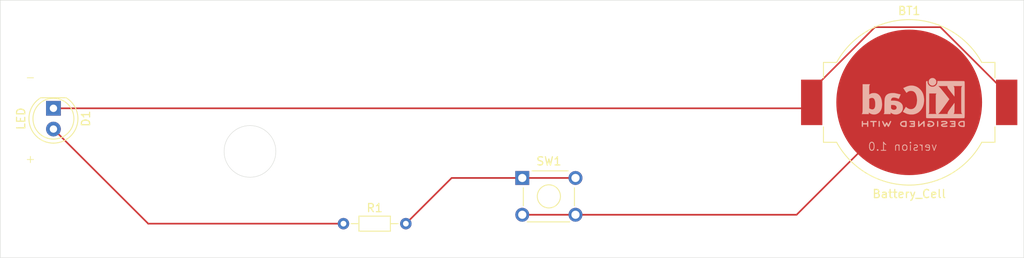
<source format=kicad_pcb>
(kicad_pcb (version 20241229) (generator "pcbnew") (generator_version "9.0")
  (layers (0 "F.Cu" signal) (2 "B.Cu" signal) (13 "F.Paste" user) (15 "B.Paste" user) (5 "F.SilkS" user "F.Silkscreen") (7 "B.SilkS" user "B.Silkscreen") (1 "F.Mask" user) (3 "B.Mask" user) (25 "Edge.Cuts" user))
  (net 0 "")
  (net 1 "/LED_cathode")
  (net 2 "/bat_pos")
  (net 3 "/LED_anode")
  (net 4 "Net-(SW1A-A)")
  (footprint "Resistor_THT:R_Axial_DIN0204_L3.6mm_D1.6mm_P7.62mm_Horizontal" (layer "F.Cu") (at 124.915 88.34)
    (property "Reference" "R1" (at 3.81 -1.92 0) (layer "F.SilkS"))
    (property "Value" "R")
    (fp_line (start 0.94 0) (end 1.89 0) (stroke (width 0.12)) (layer "F.SilkS"))
    (fp_line (start 1.89 -0.92) (end 1.89 0.92) (stroke (width 0.12)) (layer "F.SilkS"))
    (fp_line (start 1.89 0.92) (end 5.73 0.92) (stroke (width 0.12)) (layer "F.SilkS"))
    (fp_line (start 5.73 -0.92) (end 1.89 -0.92) (stroke (width 0.12)) (layer "F.SilkS"))
    (fp_line (start 5.73 0.92) (end 5.73 -0.92) (stroke (width 0.12)) (layer "F.SilkS"))
    (fp_line (start 6.68 0) (end 5.73 0) (stroke (width 0.12)) (layer "F.SilkS"))
    (pad "1" thru_hole circle (at 0 0) (size 1.4 1.4) (drill 0.7) (layers "*.Cu" "*.Mask") (net 3 "/LED_anode"))
    (pad "2" thru_hole oval (at 7.62 0) (size 1.4 1.4) (drill 0.7) (layers "*.Cu" "*.Mask") (net 4 "Net-(SW1A-A)"))
  )
  (footprint "Battery:BatteryHolder_MPD_BC2003_1x2032" (layer "F.Cu") (at 194 73.5)
    (property "Reference" "BT1" (at 0 -11.2 0) (layer "F.SilkS"))
    (property "Value" "Battery_Cell" (at 0 11.2 0) (layer "F.SilkS"))
    (fp_line (start -10.47 -4.885) (end -8.86291 -4.885) (stroke (width 0.12)) (layer "F.SilkS"))
    (fp_line (start -10.47 -3) (end -10.47 -4.885) (stroke (width 0.12)) (layer "F.SilkS"))
    (fp_line (start -10.47 3) (end -10.47 4.885) (stroke (width 0.12)) (layer "F.SilkS"))
    (fp_line (start -10.47 4.885) (end -8.86291 4.885) (stroke (width 0.12)) (layer "F.SilkS"))
    (fp_line (start 10.47 -4.885) (end 8.86291 -4.885) (stroke (width 0.12)) (layer "F.SilkS"))
    (fp_line (start 10.47 -3) (end 10.47 -4.885) (stroke (width 0.12)) (layer "F.SilkS"))
    (fp_line (start 10.47 3) (end 10.47 4.885) (stroke (width 0.12)) (layer "F.SilkS"))
    (fp_line (start 10.47 4.885) (end 8.86291 4.885) (stroke (width 0.12)) (layer "F.SilkS"))
    (fp_arc (start -8.86291 -4.885) (mid 0 -10.12) (end 8.86291 -4.885) (stroke (width 0.12)) (layer "F.SilkS"))
    (fp_arc (start 8.865021 4.881168) (mid 0.002187 10.12) (end -8.86291 4.885) (stroke (width 0.12)) (layer "F.SilkS"))
    (pad "1" smd rect (at -11.905 0) (size 2.6 5.56) (layers "F.Cu" "F.Mask" "F.Paste") (net 1 "/LED_cathode"))
    (pad "1" smd rect (at 11.905 0) (size 2.6 5.56) (layers "F.Cu" "F.Mask" "F.Paste") (net 1 "/LED_cathode"))
    (pad "2" smd circle (at 0 0) (size 17.8 17.8) (layers "F.Cu" "F.Mask") (net 2 "/bat_pos"))
  )
  (footprint "LED_THT:LED_D5.0mm" (layer "F.Cu") (at 89.5 74.225 -90)
    (property "Reference" "D1" (at 1.27 -3.96 90) (layer "F.SilkS"))
    (property "Value" "LED" (at 1.27 3.96 90) (layer "F.SilkS"))
    (fp_line (start -1.29 -1.545) (end -1.29 1.545) (stroke (width 0.12)) (layer "F.SilkS"))
    (fp_arc (start 4.26 0.000048) (mid 2.071756 2.880501) (end -1.29 1.54483) (stroke (width 0.12)) (layer "F.SilkS"))
    (fp_arc (start -1.29 -1.54483) (mid 2.071756 -2.880501) (end 4.26 -0.000048) (stroke (width 0.12)) (layer "F.SilkS"))
    (fp_circle (center 1.27 0) (end 3.77 0) (stroke (width 0.12)) (fill no) (layer "F.SilkS"))
    (pad "1" thru_hole rect (at 0 0 270) (size 1.8 1.8) (drill 0.9) (layers "*.Cu" "*.Mask") (net 1 "/LED_cathode"))
    (pad "2" thru_hole circle (at 2.54 0 270) (size 1.8 1.8) (drill 0.9) (layers "*.Cu" "*.Mask") (net 3 "/LED_anode"))
  )
  (footprint "Button_Switch_THT:SW_TH_Tactile_Omron_B3F-10xx" (layer "F.Cu") (at 146.75 82.75)
    (property "Reference" "SW1" (at 3.25 -2.05 0) (layer "F.SilkS"))
    (property "Value" "SW_DPDT_x2")
    (fp_line (start 0.13 3.4) (end 0.13 1.2) (stroke (width 0.12)) (layer "F.SilkS"))
    (fp_line (start 0.6 5.37) (end 5.8 5.37) (stroke (width 0.12)) (layer "F.SilkS"))
    (fp_line (start 1.2 -0.87) (end 5.6 -0.87) (stroke (width 0.12)) (layer "F.SilkS"))
    (fp_line (start 6.37 1.2) (end 6.37 3.4) (stroke (width 0.12)) (layer "F.SilkS"))
    (fp_circle (center 3.25 2.25) (end 4.25 3.25) (stroke (width 0.12)) (fill no) (layer "F.SilkS"))
    (pad "1" thru_hole rect (at 0 0) (size 1.7 1.7) (drill 1) (layers "*.Cu" "*.Mask") (net 4 "Net-(SW1A-A)"))
    (pad "1" thru_hole circle (at 6.5 0) (size 1.7 1.7) (drill 1) (layers "*.Cu" "*.Mask") (net 4 "Net-(SW1A-A)"))
    (pad "2" thru_hole circle (at 0 4.5) (size 1.7 1.7) (drill 1) (layers "*.Cu" "*.Mask") (net 2 "/bat_pos"))
    (pad "2" thru_hole circle (at 6.5 4.5) (size 1.7 1.7) (drill 1) (layers "*.Cu" "*.Mask") (net 2 "/bat_pos"))
  )
  (footprint "Symbol:KiCad-Logo2_5mm_SilkScreen" (layer "B.Cu") (at 194.5 73.5 180)
    (property "Reference" "REF**" (hide yes))
    (property "Value" "KiCad-Logo2_5mm_SilkScreen" (hide yes))
    (fp_poly (pts (xy 4.188614 -2.275877) (xy 4.212327 -2.290647) (xy 4.238978 -2.312227) (xy 4.238978 -2.633773) (xy 4.238893 -2.72783) (xy 4.238529 -2.801932) (xy 4.237724 -2.858704) (xy 4.236313 -2.900768) (xy 4.234133 -2.930748) (xy 4.231021 -2.951267) (xy 4.226814 -2.964949) (xy 4.221348 -2.974416) (xy 4.217472 -2.979082) (xy 4.186034 -2.999575) (xy 4.150233 -2.998739) (xy 4.118873 -2.981264) (xy 4.092222 -2.959684) (xy 4.092222 -2.312227) (xy 4.118873 -2.290647) (xy 4.144594 -2.274949) (xy 4.1656 -2.269067) (xy 4.188614 -2.275877)) (stroke (width 0.01)) (fill yes) (layer "B.SilkS"))
    (fp_poly (pts (xy -2.923822 -2.291645) (xy -2.917242 -2.299218) (xy -2.912079 -2.308987) (xy -2.908164 -2.323571) (xy -2.905324 -2.345585) (xy -2.903387 -2.377648) (xy -2.902183 -2.422375) (xy -2.901539 -2.482385) (xy -2.901284 -2.560294) (xy -2.901245 -2.635956) (xy -2.901314 -2.729802) (xy -2.901638 -2.803689) (xy -2.902386 -2.860232) (xy -2.903732 -2.902049) (xy -2.905846 -2.931757) (xy -2.9089 -2.951973) (xy -2.913066 -2.965314) (xy -2.918516 -2.974398) (xy -2.923822 -2.980267) (xy -2.956826 -2.999947) (xy -2.991991 -2.998181) (xy -3.023455 -2.976717) (xy -3.030684 -2.968337) (xy -3.036334 -2.958614) (xy -3.040599 -2.944861) (xy -3.043673 -2.924389) (xy -3.045752 -2.894512) (xy -3.04703 -2.852541) (xy -3.047701 -2.795789) (xy -3.047959 -2.721567) (xy -3.048 -2.637537) (xy -3.048 -2.324485) (xy -3.020291 -2.296776) (xy -2.986137 -2.273463) (xy -2.953006 -2.272623) (xy -2.923822 -2.291645)) (stroke (width 0.01)) (fill yes) (layer "B.SilkS"))
    (fp_poly (pts (xy -2.273043 2.973429) (xy -2.176768 2.949191) (xy -2.090184 2.906359) (xy -2.015373 2.846581) (xy -1.954418 2.771506) (xy -1.909399 2.68278) (xy -1.883136 2.58647) (xy -1.877286 2.489205) (xy -1.89214 2.395346) (xy -1.92584 2.307489) (xy -1.976528 2.22823) (xy -2.042345 2.160164) (xy -2.121434 2.105888) (xy -2.211934 2.067998) (xy -2.2632 2.055574) (xy -2.307698 2.048053) (xy -2.341999 2.045081) (xy -2.37496 2.046906) (xy -2.415434 2.053775) (xy -2.448531 2.06075) (xy -2.541947 2.092259) (xy -2.625619 2.143383) (xy -2.697665 2.212571) (xy -2.7562 2.298272) (xy -2.770148 2.325511) (xy -2.786586 2.361878) (xy -2.796894 2.392418) (xy -2.80246 2.42455) (xy -2.804669 2.465693) (xy -2.804948 2.511778) (xy -2.800861 2.596135) (xy -2.787446 2.665414) (xy -2.762256 2.726039) (xy -2.722846 2.784433) (xy -2.684298 2.828698) (xy -2.612406 2.894516) (xy -2.537313 2.939947) (xy -2.454562 2.96715) (xy -2.376928 2.977424) (xy -2.273043 2.973429)) (stroke (width 0.01)) (fill yes) (layer "B.SilkS"))
    (fp_poly (pts (xy 4.963065 -2.269163) (xy 5.041772 -2.269542) (xy 5.102863 -2.270333) (xy 5.148817 -2.27167) (xy 5.182114 -2.273683) (xy 5.205236 -2.276506) (xy 5.220662 -2.280269) (xy 5.230871 -2.285105) (xy 5.235813 -2.288822) (xy 5.261457 -2.321358) (xy 5.264559 -2.355138) (xy 5.248711 -2.385826) (xy 5.238348 -2.398089) (xy 5.227196 -2.40645) (xy 5.211035 -2.411657) (xy 5.185642 -2.414457) (xy 5.146798 -2.415596) (xy 5.09028 -2.415821) (xy 5.07918 -2.415822) (xy 4.933244 -2.415822) (xy 4.933244 -2.686756) (xy 4.933148 -2.772154) (xy 4.932711 -2.837864) (xy 4.931712 -2.886774) (xy 4.929928 -2.921773) (xy 4.927137 -2.945749) (xy 4.923117 -2.961593) (xy 4.917645 -2.972191) (xy 4.910666 -2.980267) (xy 4.877734 -3.000112) (xy 4.843354 -2.998548) (xy 4.812176 -2.975906) (xy 4.809886 -2.9731) (xy 4.802429 -2.962492) (xy 4.796747 -2.950081) (xy 4.792601 -2.93285) (xy 4.78975 -2.907784) (xy 4.787954 -2.871867) (xy 4.786972 -2.822083) (xy 4.786564 -2.755417) (xy 4.786489 -2.679589) (xy 4.786489 -2.415822) (xy 4.647127 -2.415822) (xy 4.587322 -2.415418) (xy 4.545918 -2.41384) (xy 4.518748 -2.410547) (xy 4.501646 -2.404992) (xy 4.490443 -2.396631) (xy 4.489083 -2.395178) (xy 4.472725 -2.361939) (xy 4.474172 -2.324362) (xy 4.492978 -2.291645) (xy 4.50025 -2.285298) (xy 4.509627 -2.280266) (xy 4.523609 -2.276396) (xy 4.544696 -2.273537) (xy 4.575389 -2.271535) (xy 4.618189 -2.270239) (xy 4.675595 -2.269498) (xy 4.75011 -2.269158) (xy 4.844233 -2.269068) (xy 4.86426 -2.269067) (xy 4.963065 -2.269163)) (stroke (width 0.01)) (fill yes) (layer "B.SilkS"))
    (fp_poly (pts (xy 6.228823 -2.274533) (xy 6.260202 -2.296776) (xy 6.287911 -2.324485) (xy 6.287911 -2.63392) (xy 6.287838 -2.725799) (xy 6.287495 -2.79784) (xy 6.286692 -2.85278) (xy 6.285241 -2.89336) (xy 6.282952 -2.922317) (xy 6.279636 -2.942391) (xy 6.275105 -2.956321) (xy 6.269169 -2.966845) (xy 6.264514 -2.9731) (xy 6.233783 -2.997673) (xy 6.198496 -3.000341) (xy 6.166245 -2.985271) (xy 6.155588 -2.976374) (xy 6.148464 -2.964557) (xy 6.144167 -2.945526) (xy 6.141991 -2.914992) (xy 6.141228 -2.868662) (xy 6.141155 -2.832871) (xy 6.141155 -2.698045) (xy 5.644444 -2.698045) (xy 5.644444 -2.8207) (xy 5.643931 -2.876787) (xy 5.641876 -2.915333) (xy 5.637508 -2.941361) (xy 5.630056 -2.959897) (xy 5.621047 -2.9731) (xy 5.590144 -2.997604) (xy 5.555196 -3.000506) (xy 5.521738 -2.983089) (xy 5.512604 -2.973959) (xy 5.506152 -2.961855) (xy 5.501897 -2.943001) (xy 5.499352 -2.91362) (xy 5.498029 -2.869937) (xy 5.497443 -2.808175) (xy 5.497375 -2.794) (xy 5.496891 -2.677631) (xy 5.496641 -2.581727) (xy 5.496723 -2.504177) (xy 5.497231 -2.442869) (xy 5.498262 -2.39569) (xy 5.499913 -2.36053) (xy 5.502279 -2.335276) (xy 5.505457 -2.317817) (xy 5.509544 -2.306041) (xy 5.514634 -2.297835) (xy 5.520266 -2.291645) (xy 5.552128 -2.271844) (xy 5.585357 -2.274533) (xy 5.616735 -2.296776) (xy 5.629433 -2.311126) (xy 5.637526 -2.326978) (xy 5.642042 -2.349554) (xy 5.644006 -2.384078) (xy 5.644444 -2.435776) (xy 5.644444 -2.551289) (xy 6.141155 -2.551289) (xy 6.141155 -2.432756) (xy 6.141662 -2.378148) (xy 6.143698 -2.341275) (xy 6.148035 -2.317307) (xy 6.155447 -2.301415) (xy 6.163733 -2.291645) (xy 6.195594 -2.271844) (xy 6.228823 -2.274533)) (stroke (width 0.01)) (fill yes) (layer "B.SilkS"))
    (fp_poly (pts (xy 1.018309 -2.269275) (xy 1.147288 -2.273636) (xy 1.256991 -2.286861) (xy 1.349226 -2.309741) (xy 1.425802 -2.34307) (xy 1.488527 -2.387638) (xy 1.539212 -2.444236) (xy 1.579663 -2.513658) (xy 1.580459 -2.515351) (xy 1.604601 -2.577483) (xy 1.613203 -2.632509) (xy 1.606231 -2.687887) (xy 1.583654 -2.751073) (xy 1.579372 -2.760689) (xy 1.550172 -2.816966) (xy 1.517356 -2.860451) (xy 1.475002 -2.897417) (xy 1.41719 -2.934135) (xy 1.413831 -2.936052) (xy 1.363504 -2.960227) (xy 1.306621 -2.978282) (xy 1.239527 -2.990839) (xy 1.158565 -2.998522) (xy 1.060082 -3.001953) (xy 1.025286 -3.002251) (xy 0.859594 -3.002845) (xy 0.836197 -2.9731) (xy 0.829257 -2.963319) (xy 0.823842 -2.951897) (xy 0.819765 -2.936095) (xy 0.816837 -2.913175) (xy 0.814867 -2.880396) (xy 0.814225 -2.856089) (xy 0.970844 -2.856089) (xy 1.064726 -2.856089) (xy 1.119664 -2.854483) (xy 1.17606 -2.850255) (xy 1.222345 -2.844292) (xy 1.225139 -2.84379) (xy 1.307348 -2.821736) (xy 1.371114 -2.7886) (xy 1.418452 -2.742847) (xy 1.451382 -2.682939) (xy 1.457108 -2.667061) (xy 1.462721 -2.642333) (xy 1.460291 -2.617902) (xy 1.448467 -2.5854) (xy 1.44134 -2.569434) (xy 1.418 -2.527006) (xy 1.38988 -2.49724) (xy 1.35894 -2.476511) (xy 1.296966 -2.449537) (xy 1.217651 -2.429998) (xy 1.125253 -2.418746) (xy 1.058333 -2.41627) (xy 0.970844 -2.415822) (xy 0.970844 -2.856089) (xy 0.814225 -2.856089) (xy 0.813668 -2.835021) (xy 0.81305 -2.774311) (xy 0.812825 -2.695526) (xy 0.8128 -2.63392) (xy 0.8128 -2.324485) (xy 0.840509 -2.296776) (xy 0.852806 -2.285544) (xy 0.866103 -2.277853) (xy 0.884672 -2.27304) (xy 0.912786 -2.270446) (xy 0.954717 -2.26941) (xy 1.014737 -2.26927) (xy 1.018309 -2.269275)) (stroke (width 0.01)) (fill yes) (layer "B.SilkS"))
    (fp_poly (pts (xy -6.121371 -2.269066) (xy -6.081889 -2.269467) (xy -5.9662 -2.272259) (xy -5.869311 -2.28055) (xy -5.787919 -2.295232) (xy -5.718723 -2.317193) (xy -5.65842 -2.347322) (xy -5.603708 -2.38651) (xy -5.584167 -2.403532) (xy -5.55175 -2.443363) (xy -5.52252 -2.497413) (xy -5.499991 -2.557323) (xy -5.487679 -2.614739) (xy -5.4864 -2.635956) (xy -5.494417 -2.694769) (xy -5.515899 -2.759013) (xy -5.546999 -2.819821) (xy -5.583866 -2.86833) (xy -5.589854 -2.874182) (xy -5.640579 -2.915321) (xy -5.696125 -2.947435) (xy -5.759696 -2.971365) (xy -5.834494 -2.987953) (xy -5.923722 -2.998041) (xy -6.030582 -3.002469) (xy -6.079528 -3.002845) (xy -6.141762 -3.002545) (xy -6.185528 -3.001292) (xy -6.214931 -2.998554) (xy -6.234079 -2.993801) (xy -6.247077 -2.986501) (xy -6.254045 -2.980267) (xy -6.260626 -2.972694) (xy -6.265788 -2.962924) (xy -6.269703 -2.94834) (xy -6.272543 -2.926326) (xy -6.27448 -2.894264) (xy -6.275684 -2.849536) (xy -6.276328 -2.789526) (xy -6.276583 -2.711617) (xy -6.276622 -2.635956) (xy -6.27687 -2.535041) (xy -6.276817 -2.454427) (xy -6.275857 -2.415822) (xy -6.129867 -2.415822) (xy -6.129867 -2.856089) (xy -6.036734 -2.856004) (xy -5.980693 -2.854396) (xy -5.921999 -2.850256) (xy -5.873028 -2.844464) (xy -5.871538 -2.844226) (xy -5.792392 -2.82509) (xy -5.731002 -2.795287) (xy -5.684305 -2.752878) (xy -5.654635 -2.706961) (xy -5.636353 -2.656026) (xy -5.637771 -2.6082) (xy -5.658988 -2.556933) (xy -5.700489 -2.503899) (xy -5.757998 -2.4646) (xy -5.83275 -2.438331) (xy -5.882708 -2.429035) (xy -5.939416 -2.422507) (xy -5.999519 -2.417782) (xy -6.050639 -2.415817) (xy -6.053667 -2.415808) (xy -6.129867 -2.415822) (xy -6.275857 -2.415822) (xy -6.27526 -2.391851) (xy -6.270998 -2.345055) (xy -6.26283 -2.311778) (xy -6.249556 -2.289759) (xy -6.229974 -2.276739) (xy -6.202883 -2.270457) (xy -6.167082 -2.268653) (xy -6.121371 -2.269066)) (stroke (width 0.01)) (fill yes) (layer "B.SilkS"))
    (fp_poly (pts (xy -1.300114 -2.273448) (xy -1.276548 -2.287273) (xy -1.245735 -2.309881) (xy -1.206078 -2.342338) (xy -1.15598 -2.385708) (xy -1.093843 -2.441058) (xy -1.018072 -2.509451) (xy -0.931334 -2.588084) (xy -0.750711 -2.751878) (xy -0.745067 -2.532029) (xy -0.743029 -2.456351) (xy -0.741063 -2.399994) (xy -0.738734 -2.359706) (xy -0.735606 -2.332235) (xy -0.731245 -2.314329) (xy -0.725216 -2.302737) (xy -0.717084 -2.294208) (xy -0.712772 -2.290623) (xy -0.678241 -2.27167) (xy -0.645383 -2.274441) (xy -0.619318 -2.290633) (xy -0.592667 -2.312199) (xy -0.589352 -2.627151) (xy -0.588435 -2.719779) (xy -0.587968 -2.792544) (xy -0.588113 -2.848161) (xy -0.589032 -2.889342) (xy -0.590887 -2.918803) (xy -0.593839 -2.939255) (xy -0.59805 -2.953413) (xy -0.603682 -2.963991) (xy -0.609927 -2.972474) (xy -0.623439 -2.988207) (xy -0.636883 -2.998636) (xy -0.652124 -3.002639) (xy -0.671026 -2.999094) (xy -0.695455 -2.986879) (xy -0.727273 -2.964871) (xy -0.768348 -2.931949) (xy -0.820542 -2.886991) (xy -0.885722 -2.828875) (xy -0.959556 -2.762099) (xy -1.224845 -2.521458) (xy -1.230489 -2.740589) (xy -1.232531 -2.816128) (xy -1.234502 -2.872354) (xy -1.236839 -2.912524) (xy -1.239981 -2.939896) (xy -1.244364 -2.957728) (xy -1.250424 -2.969279) (xy -1.2586 -2.977807) (xy -1.262784 -2.981282) (xy -1.299765 -3.000372) (xy -1.334708 -2.997493) (xy -1.365136 -2.9731) (xy -1.372097 -2.963286) (xy -1.377523 -2.951826) (xy -1.381603 -2.935968) (xy -1.384529 -2.912963) (xy -1.386492 -2.880062) (xy -1.387683 -2.834516) (xy -1.388292 -2.773573) (xy -1.388511 -2.694486) (xy -1.388534 -2.635956) (xy -1.38846 -2.544407) (xy -1.388113 -2.472687) (xy -1.387301 -2.418045) (xy -1.385833 -2.377732) (xy -1.383519 -2.348998) (xy -1.380167 -2.329093) (xy -1.375588 -2.315268) (xy -1.369589 -2.304772) (xy -1.365136 -2.298811) (xy -1.35385 -2.284691) (xy -1.343301 -2.274029) (xy -1.331893 -2.267892) (xy -1.31803 -2.267343) (xy -1.300114 -2.273448)) (stroke (width 0.01)) (fill yes) (layer "B.SilkS"))
    (fp_poly (pts (xy -1.950081 -2.274599) (xy -1.881565 -2.286095) (xy -1.828943 -2.303967) (xy -1.794708 -2.327499) (xy -1.785379 -2.340924) (xy -1.775893 -2.372148) (xy -1.782277 -2.400395) (xy -1.80243 -2.427182) (xy -1.833745 -2.439713) (xy -1.879183 -2.438696) (xy -1.914326 -2.431906) (xy -1.992419 -2.418971) (xy -2.072226 -2.417742) (xy -2.161555 -2.428241) (xy -2.186229 -2.43269) (xy -2.269291 -2.456108) (xy -2.334273 -2.490945) (xy -2.380461 -2.536604) (xy -2.407145 -2.592494) (xy -2.412663 -2.621388) (xy -2.409051 -2.680012) (xy -2.385729 -2.731879) (xy -2.344824 -2.775978) (xy -2.288459 -2.811299) (xy -2.21876 -2.836829) (xy -2.137852 -2.851559) (xy -2.04786 -2.854478) (xy -1.95091 -2.844575) (xy -1.945436 -2.843641) (xy -1.906875 -2.836459) (xy -1.885494 -2.829521) (xy -1.876227 -2.819227) (xy -1.874006 -2.801976) (xy -1.873956 -2.792841) (xy -1.873956 -2.754489) (xy -1.942431 -2.754489) (xy -2.0029 -2.750347) (xy -2.044165 -2.737147) (xy -2.068175 -2.71373) (xy -2.076877 -2.678936) (xy -2.076983 -2.674394) (xy -2.071892 -2.644654) (xy -2.054433 -2.623419) (xy -2.021939 -2.609366) (xy -1.971743 -2.601173) (xy -1.923123 -2.598161) (xy -1.852456 -2.596433) (xy -1.801198 -2.59907) (xy -1.766239 -2.6088) (xy -1.74447 -2.628353) (xy -1.73278 -2.660456) (xy -1.72806 -2.707838) (xy -1.7272 -2.770071) (xy -1.728609 -2.839535) (xy -1.732848 -2.886786) (xy -1.739936 -2.912012) (xy -1.741311 -2.913988) (xy -1.780228 -2.945508) (xy -1.837286 -2.97047) (xy -1.908869 -2.98834) (xy -1.991358 -2.998586) (xy -2.081139 -3.000673) (xy -2.174592 -2.994068) (xy -2.229556 -2.985956) (xy -2.315766 -2.961554) (xy -2.395892 -2.921662) (xy -2.462977 -2.869887) (xy -2.473173 -2.859539) (xy -2.506302 -2.816035) (xy -2.536194 -2.762118) (xy -2.559357 -2.705592) (xy -2.572298 -2.654259) (xy -2.573858 -2.634544) (xy -2.567218 -2.593419) (xy -2.549568 -2.542252) (xy -2.524297 -2.488394) (xy -2.494789 -2.439195) (xy -2.468719 -2.406334) (xy -2.407765 -2.357452) (xy -2.328969 -2.318545) (xy -2.235157 -2.290494) (xy -2.12915 -2.274179) (xy -2.032 -2.270192) (xy -1.950081 -2.274599)) (stroke (width 0.01)) (fill yes) (layer "B.SilkS"))
    (fp_poly (pts (xy 0.230343 -2.26926) (xy 0.306701 -2.270174) (xy 0.365217 -2.272311) (xy 0.408255 -2.276175) (xy 0.438183 -2.282267) (xy 0.457368 -2.29109) (xy 0.468176 -2.303146) (xy 0.472973 -2.318939) (xy 0.474127 -2.33897) (xy 0.474133 -2.341335) (xy 0.473131 -2.363992) (xy 0.468396 -2.381503) (xy 0.457333 -2.394574) (xy 0.437348 -2.403913) (xy 0.405846 -2.410227) (xy 0.360232 -2.414222) (xy 0.297913 -2.416606) (xy 0.216293 -2.418086) (xy 0.191277 -2.418414) (xy -0.0508 -2.421467) (xy -0.054186 -2.486378) (xy -0.057571 -2.551289) (xy 0.110576 -2.551289) (xy 0.176266 -2.551531) (xy 0.223172 -2.552556) (xy 0.255083 -2.554811) (xy 0.275791 -2.558742) (xy 0.289084 -2.564798) (xy 0.298755 -2.573424) (xy 0.298817 -2.573493) (xy 0.316356 -2.607112) (xy 0.315722 -2.643448) (xy 0.297314 -2.674423) (xy 0.293671 -2.677607) (xy 0.280741 -2.685812) (xy 0.263024 -2.691521) (xy 0.23657 -2.695162) (xy 0.197432 -2.697167) (xy 0.141662 -2.697964) (xy 0.105994 -2.698045) (xy -0.056445 -2.698045) (xy -0.056445 -2.856089) (xy 0.190161 -2.856089) (xy 0.27158 -2.856231) (xy 0.33341 -2.856814) (xy 0.378637 -2.858068) (xy 0.410248 -2.860227) (xy 0.431231 -2.863523) (xy 0.444573 -2.868189) (xy 0.453261 -2.874457) (xy 0.45545 -2.876733) (xy 0.471614 -2.90828) (xy 0.472797 -2.944168) (xy 0.459536 -2.975285) (xy 0.449043 -2.985271) (xy 0.438129 -2.990769) (xy 0.421217 -2.995022) (xy 0.395633 -2.99818) (xy 0.358701 -3.000392) (xy 0.307746 -3.001806) (xy 0.240094 -3.002572) (xy 0.153069 -3.002838) (xy 0.133394 -3.002845) (xy 0.044911 -3.002787) (xy -0.023773 -3.002467) (xy -0.075436 -3.001667) (xy -0.112855 -3.000167) (xy -0.13881 -2.997749) (xy -0.156078 -2.994194) (xy -0.167438 -2.989282) (xy -0.175668 -2.982795) (xy -0.180183 -2.978138) (xy -0.186979 -2.969889) (xy -0.192288 -2.959669) (xy -0.196294 -2.9448) (xy -0.199179 -2.922602) (xy -0.201126 -2.890393) (xy -0.202319 -2.845496) (xy -0.202939 -2.785228) (xy -0.203171 -2.706911) (xy -0.2032 -2.640994) (xy -0.203129 -2.548628) (xy -0.202792 -2.476117) (xy -0.202002 -2.420737) (xy -0.200574 -2.379765) (xy -0.198321 -2.350478) (xy -0.195057 -2.330153) (xy -0.190596 -2.316066) (xy -0.184752 -2.305495) (xy -0.179803 -2.298811) (xy -0.156406 -2.269067) (xy 0.133774 -2.269067) (xy 0.230343 -2.26926)) (stroke (width 0.01)) (fill yes) (layer "B.SilkS"))
    (fp_poly (pts (xy -4.712794 -2.269146) (xy -4.643386 -2.269518) (xy -4.590997 -2.270385) (xy -4.552847 -2.271946) (xy -4.526159 -2.274403) (xy -4.508153 -2.277957) (xy -4.496049 -2.28281) (xy -4.487069 -2.289161) (xy -4.483818 -2.292084) (xy -4.464043 -2.323142) (xy -4.460482 -2.358828) (xy -4.473491 -2.39051) (xy -4.479506 -2.396913) (xy -4.489235 -2.403121) (xy -4.504901 -2.40791) (xy -4.529408 -2.411514) (xy -4.565661 -2.414164) (xy -4.616565 -2.416095) (xy -4.685026 -2.417539) (xy -4.747617 -2.418418) (xy -4.995334 -2.421467) (xy -4.998719 -2.486378) (xy -5.002105 -2.551289) (xy -4.833958 -2.551289) (xy -4.760959 -2.551919) (xy -4.707517 -2.554553) (xy -4.670628 -2.560309) (xy -4.647288 -2.570304) (xy -4.634494 -2.585656) (xy -4.629242 -2.607482) (xy -4.628445 -2.627738) (xy -4.630923 -2.652592) (xy -4.640277 -2.670906) (xy -4.659383 -2.683637) (xy -4.691118 -2.691741) (xy -4.738359 -2.696176) (xy -4.803983 -2.697899) (xy -4.839801 -2.698045) (xy -5.000978 -2.698045) (xy -5.000978 -2.856089) (xy -4.752622 -2.856089) (xy -4.671213 -2.856202) (xy -4.609342 -2.856712) (xy -4.563968 -2.85787) (xy -4.532054 -2.85993) (xy -4.510559 -2.863146) (xy -4.496443 -2.867772) (xy -4.486668 -2.874059) (xy -4.481689 -2.878667) (xy -4.46461 -2.90556) (xy -4.459111 -2.929467) (xy -4.466963 -2.958667) (xy -4.481689 -2.980267) (xy -4.489546 -2.987066) (xy -4.499688 -2.992346) (xy -4.514844 -2.996298) (xy -4.537741 -2.999113) (xy -4.571109 -3.000982) (xy -4.617675 -3.002098) (xy -4.680167 -3.002651) (xy -4.761314 -3.002833) (xy -4.803422 -3.002845) (xy -4.893598 -3.002765) (xy -4.963924 -3.002398) (xy -5.017129 -3.001552) (xy -5.05594 -3.000036) (xy -5.083087 -2.997659) (xy -5.101298 -2.994229) (xy -5.1133 -2.989554) (xy -5.121822 -2.983444) (xy -5.125156 -2.980267) (xy -5.131755 -2.97267) (xy -5.136927 -2.96287) (xy -5.140846 -2.948239) (xy -5.143684 -2.926152) (xy -5.145615 -2.893982) (xy -5.146812 -2.849103) (xy -5.147448 -2.788889) (xy -5.147697 -2.710713) (xy -5.147734 -2.637923) (xy -5.1477 -2.544707) (xy -5.147465 -2.471431) (xy -5.14683 -2.415458) (xy -5.145594 -2.374151) (xy -5.143556 -2.344872) (xy -5.140517 -2.324984) (xy -5.136277 -2.31185) (xy -5.130635 -2.302832) (xy -5.123391 -2.295293) (xy -5.121606 -2.293612) (xy -5.112945 -2.286172) (xy -5.102882 -2.280409) (xy -5.088625 -2.276112) (xy -5.067383 -2.273064) (xy -5.036364 -2.271051) (xy -4.992777 -2.26986) (xy -4.933831 -2.269275) (xy -4.856734 -2.269083) (xy -4.802001 -2.269067) (xy -4.712794 -2.269146)) (stroke (width 0.01)) (fill yes) (layer "B.SilkS"))
    (fp_poly (pts (xy 3.744665 -2.271034) (xy 3.764255 -2.278035) (xy 3.76501 -2.278377) (xy 3.791613 -2.298678) (xy 3.80627 -2.319561) (xy 3.809138 -2.329352) (xy 3.808996 -2.342361) (xy 3.804961 -2.360895) (xy 3.796146 -2.387257) (xy 3.781669 -2.423752) (xy 3.760645 -2.472687) (xy 3.732188 -2.536365) (xy 3.695415 -2.617093) (xy 3.675175 -2.661216) (xy 3.638625 -2.739985) (xy 3.604315 -2.812423) (xy 3.573552 -2.87588) (xy 3.547648 -2.927708) (xy 3.52791 -2.965259) (xy 3.51565 -2.985884) (xy 3.513224 -2.988733) (xy 3.482183 -3.001302) (xy 3.447121 -2.999619) (xy 3.419 -2.984332) (xy 3.417854 -2.983089) (xy 3.406668 -2.966154) (xy 3.387904 -2.93317) (xy 3.363875 -2.88838) (xy 3.336897 -2.836032) (xy 3.327201 -2.816742) (xy 3.254014 -2.67015) (xy 3.17424 -2.829393) (xy 3.145767 -2.884415) (xy 3.11935 -2.932132) (xy 3.097148 -2.968893) (xy 3.081319 -2.991044) (xy 3.075954 -2.995741) (xy 3.034257 -3.002102) (xy 2.999849 -2.988733) (xy 2.989728 -2.974446) (xy 2.972214 -2.942692) (xy 2.948735 -2.896597) (xy 2.92072 -2.839285) (xy 2.889599 -2.77388) (xy 2.856799 -2.703507) (xy 2.82375 -2.631291) (xy 2.791881 -2.560355) (xy 2.762619 -2.493825) (xy 2.737395 -2.434826) (xy 2.717636 -2.386481) (xy 2.704772 -2.351915) (xy 2.700231 -2.334253) (xy 2.700277 -2.333613) (xy 2.711326 -2.311388) (xy 2.73341 -2.288753) (xy 2.73471 -2.287768) (xy 2.761853 -2.272425) (xy 2.786958 -2.272574) (xy 2.796368 -2.275466) (xy 2.807834 -2.281718) (xy 2.82001 -2.294014) (xy 2.834357 -2.314908) (xy 2.852336 -2.346949) (xy 2.875407 -2.392688) (xy 2.90503 -2.454677) (xy 2.931745 -2.511898) (xy 2.96248 -2.578226) (xy 2.990021 -2.637874) (xy 3.012938 -2.687725) (xy 3.029798 -2.724664) (xy 3.039173 -2.745573) (xy 3.04054 -2.748845) (xy 3.046689 -2.743497) (xy 3.060822 -2.721109) (xy 3.081057 -2.684946) (xy 3.105515 -2.638277) (xy 3.115248 -2.619022) (xy 3.148217 -2.554004) (xy 3.173643 -2.506654) (xy 3.193612 -2.474219) (xy 3.21021 -2.453946) (xy 3.225524 -2.443082) (xy 3.24164 -2.438875) (xy 3.252143 -2.4384) (xy 3.27067 -2.440042) (xy 3.286904 -2.446831) (xy 3.303035 -2.461566) (xy 3.321251 -2.487044) (xy 3.343739 -2.526061) (xy 3.372689 -2.581414) (xy 3.388662 -2.612903) (xy 3.41457 -2.663087) (xy 3.437167 -2.704704) (xy 3.454458 -2.734242) (xy 3.46445 -2.748189) (xy 3.465809 -2.74877) (xy 3.472261 -2.737793) (xy 3.486708 -2.70929) (xy 3.507703 -2.666244) (xy 3.533797 -2.611638) (xy 3.563546 -2.548454) (xy 3.57818 -2.517071) (xy 3.61625 -2.436078) (xy 3.646905 -2.373756) (xy 3.671737 -2.328071) (xy 3.692337 -2.296989) (xy 3.710298 -2.278478) (xy 3.72721 -2.270504) (xy 3.744665 -2.271034)) (stroke (width 0.01)) (fill yes) (layer "B.SilkS"))
    (fp_poly (pts (xy -3.691703 -2.270351) (xy -3.616888 -2.275581) (xy -3.547306 -2.28375) (xy -3.487002 -2.29455) (xy -3.44002 -2.307673) (xy -3.410406 -2.322813) (xy -3.40586 -2.327269) (xy -3.390054 -2.36185) (xy -3.394847 -2.397351) (xy -3.419364 -2.427725) (xy -3.420534 -2.428596) (xy -3.434954 -2.437954) (xy -3.450008 -2.442876) (xy -3.471005 -2.443473) (xy -3.503257 -2.439861) (xy -3.552073 -2.432154) (xy -3.556 -2.431505) (xy -3.628739 -2.422569) (xy -3.707217 -2.418161) (xy -3.785927 -2.418119) (xy -3.859361 -2.422279) (xy -3.922011 -2.430479) (xy -3.96837 -2.442557) (xy -3.971416 -2.443771) (xy -4.005048 -2.462615) (xy -4.016864 -2.481685) (xy -4.007614 -2.500439) (xy -3.978047 -2.518337) (xy -3.928911 -2.534837) (xy -3.860957 -2.549396) (xy -3.815645 -2.556406) (xy -3.721456 -2.569889) (xy -3.646544 -2.582214) (xy -3.587717 -2.594449) (xy -3.541785 -2.607661) (xy -3.505555 -2.622917) (xy -3.475838 -2.641285) (xy -3.449442 -2.663831) (xy -3.42823 -2.685971) (xy -3.403065 -2.716819) (xy -3.390681 -2.743345) (xy -3.386808 -2.776026) (xy -3.386667 -2.787995) (xy -3.389576 -2.827712) (xy -3.401202 -2.857259) (xy -3.421323 -2.883486) (xy -3.462216 -2.923576) (xy -3.507817 -2.954149) (xy -3.561513 -2.976203) (xy -3.626692 -2.990735) (xy -3.706744 -2.998741) (xy -3.805057 -3.001218) (xy -3.821289 -3.001177) (xy -3.886849 -2.999818) (xy -3.951866 -2.99673) (xy -4.009252 -2.992356) (xy -4.051922 -2.98714) (xy -4.055372 -2.986541) (xy -4.097796 -2.976491) (xy -4.13378 -2.963796) (xy -4.15415 -2.95219) (xy -4.173107 -2.921572) (xy -4.174427 -2.885918) (xy -4.158085 -2.854144) (xy -4.154429 -2.850551) (xy -4.139315 -2.839876) (xy -4.120415 -2.835276) (xy -4.091162 -2.836059) (xy -4.055651 -2.840127) (xy -4.01597 -2.843762) (xy -3.960345 -2.846828) (xy -3.895406 -2.849053) (xy -3.827785 -2.850164) (xy -3.81 -2.850237) (xy -3.742128 -2.849964) (xy -3.692454 -2.848646) (xy -3.65661 -2.845827) (xy -3.630224 -2.84105) (xy -3.608926 -2.833857) (xy -3.596126 -2.827867) (xy -3.568 -2.811233) (xy -3.550068 -2.796168) (xy -3.547447 -2.791897) (xy -3.552976 -2.774263) (xy -3.57926 -2.757192) (xy -3.624478 -2.741458) (xy -3.686808 -2.727838) (xy -3.705171 -2.724804) (xy -3.80109 -2.709738) (xy -3.877641 -2.697146) (xy -3.93778 -2.686111) (xy -3.98446 -2.67572) (xy -4.020637 -2.665056) (xy -4.049265 -2.653205) (xy -4.073298 -2.639251) (xy -4.095692 -2.622281) (xy -4.119402 -2.601378) (xy -4.12738 -2.594049) (xy -4.155353 -2.566699) (xy -4.17016 -2.545029) (xy -4.175952 -2.520232) (xy -4.176889 -2.488983) (xy -4.166575 -2.427705) (xy -4.135752 -2.37564) (xy -4.084595 -2.332958) (xy -4.013283 -2.299825) (xy -3.9624 -2.284964) (xy -3.9071 -2.275366) (xy -3.840853 -2.269936) (xy -3.767706 -2.268367) (xy -3.691703 -2.270351)) (stroke (width 0.01)) (fill yes) (layer "B.SilkS"))
    (fp_poly (pts (xy 0.328429 2.050929) (xy 0.48857 2.029755) (xy 0.65251 1.989615) (xy 0.822313 1.930111) (xy 1.000043 1.850846) (xy 1.01131 1.845301) (xy 1.069005 1.817275) (xy 1.120552 1.793198) (xy 1.162191 1.774751) (xy 1.190162 1.763614) (xy 1.199733 1.761067) (xy 1.21895 1.756059) (xy 1.223561 1.751853) (xy 1.218458 1.74142) (xy 1.202418 1.715132) (xy 1.177288 1.675743) (xy 1.144914 1.626009) (xy 1.107143 1.568685) (xy 1.065822 1.506524) (xy 1.022798 1.442282) (xy 0.979917 1.378715) (xy 0.939026 1.318575) (xy 0.901971 1.26462) (xy 0.8706 1.219603) (xy 0.846759 1.186279) (xy 0.832294 1.167403) (xy 0.830309 1.165213) (xy 0.820191 1.169862) (xy 0.79785 1.187038) (xy 0.76728 1.21356) (xy 0.751536 1.228036) (xy 0.655047 1.303318) (xy 0.548336 1.358759) (xy 0.432832 1.393859) (xy 0.309962 1.40812) (xy 0.240561 1.406949) (xy 0.119423 1.389788) (xy 0.010205 1.353906) (xy -0.087418 1.299041) (xy -0.173772 1.22493) (xy -0.249185 1.131312) (xy -0.313982 1.017924) (xy -0.351399 0.931333) (xy -0.395252 0.795634) (xy -0.427572 0.64815) (xy -0.448443 0.492686) (xy -0.457949 0.333044) (xy -0.456173 0.173027) (xy -0.443197 0.016439) (xy -0.419106 -0.132918) (xy -0.383982 -0.27124) (xy -0.337908 -0.394724) (xy -0.321627 -0.428978) (xy -0.25338 -0.543064) (xy -0.172921 -0.639557) (xy -0.08143 -0.71767) (xy 0.019911 -0.776617) (xy 0.12992 -0.815612) (xy 0.247415 -0.833868) (xy 0.288883 -0.835211) (xy 0.410441 -0.82429) (xy 0.530878 -0.791474) (xy 0.648666 -0.737439) (xy 0.762277 -0.662865) (xy 0.853685 -0.584539) (xy 0.900215 -0.540008) (xy 1.081483 -0.837271) (xy 1.12658 -0.911433) (xy 1.167819 -0.979646) (xy 1.203735 -1.039459) (xy 1.232866 -1.08842) (xy 1.25375 -1.124079) (xy 1.264924 -1.143984) (xy 1.266375 -1.147079) (xy 1.258146 -1.156718) (xy 1.232567 -1.173999) (xy 1.192873 -1.197283) (xy 1.142297 -1.224934) (xy 1.084074 -1.255315) (xy 1.021437 -1.28679) (xy 0.957621 -1.317722) (xy 0.89586 -1.346473) (xy 0.839388 -1.371408) (xy 0.791438 -1.390889) (xy 0.767986 -1.399318) (xy 0.634221 -1.437133) (xy 0.496327 -1.462136) (xy 0.348622 -1.47514) (xy 0.221833 -1.477468) (xy 0.153878 -1.476373) (xy 0.088277 -1.474275) (xy 0.030847 -1.471434) (xy -0.012597 -1.468106) (xy -0.026702 -1.466422) (xy -0.165716 -1.437587) (xy -0.307243 -1.392468) (xy -0.444725 -1.33375) (xy -0.571606 -1.26412) (xy -0.649111 -1.211441) (xy -0.776519 -1.103239) (xy -0.894822 -0.976671) (xy -1.001828 -0.834866) (xy -1.095348 -0.680951) (xy -1.17319 -0.518053) (xy -1.217044 -0.400756) (xy -1.267292 -0.217128) (xy -1.300791 -0.022581) (xy -1.317551 0.178675) (xy -1.317584 0.382432) (xy -1.300899 0.584479) (xy -1.267507 0.780608) (xy -1.21742 0.966609) (xy -1.213603 0.978197) (xy -1.150719 1.14025) (xy -1.073972 1.288168) (xy -0.980758 1.426135) (xy -0.868473 1.558339) (xy -0.824608 1.603601) (xy -0.688466 1.727543) (xy -0.548509 1.830085) (xy -0.402589 1.912344) (xy -0.248558 1.975436) (xy -0.084268 2.020477) (xy 0.011289 2.037967) (xy 0.170023 2.053534) (xy 0.328429 2.050929)) (stroke (width 0.01)) (fill yes) (layer "B.SilkS"))
    (fp_poly (pts (xy 6.186507 0.527755) (xy 6.186526 0.293338) (xy 6.186552 0.080397) (xy 6.186625 -0.112168) (xy 6.186782 -0.285459) (xy 6.187064 -0.440576) (xy 6.187509 -0.57862) (xy 6.188156 -0.700692) (xy 6.189045 -0.807894) (xy 6.190213 -0.901326) (xy 6.191701 -0.98209) (xy 6.193546 -1.051286) (xy 6.195789 -1.110015) (xy 6.198469 -1.159379) (xy 6.201623 -1.200478) (xy 6.205292 -1.234413) (xy 6.209513 -1.262286) (xy 6.214327 -1.285198) (xy 6.219773 -1.304249) (xy 6.225888 -1.32054) (xy 6.232712 -1.335173) (xy 6.240285 -1.349249) (xy 6.248645 -1.363868) (xy 6.253839 -1.372974) (xy 6.288104 -1.433689) (xy 5.429955 -1.433689) (xy 5.429955 -1.337733) (xy 5.429224 -1.29437) (xy 5.427272 -1.261205) (xy 5.424463 -1.243424) (xy 5.423221 -1.241778) (xy 5.411799 -1.248662) (xy 5.389084 -1.266505) (xy 5.366385 -1.285879) (xy 5.3118 -1.326614) (xy 5.242321 -1.367617) (xy 5.16527 -1.405123) (xy 5.087965 -1.435364) (xy 5.057113 -1.445012) (xy 4.988616 -1.459578) (xy 4.905764 -1.469539) (xy 4.816371 -1.474583) (xy 4.728248 -1.474396) (xy 4.649207 -1.468666) (xy 4.611511 -1.462858) (xy 4.473414 -1.424797) (xy 4.346113 -1.367073) (xy 4.230292 -1.290211) (xy 4.126637 -1.194739) (xy 4.035833 -1.081179) (xy 3.969031 -0.970381) (xy 3.914164 -0.853625) (xy 3.872163 -0.734276) (xy 3.842167 -0.608283) (xy 3.823311 -0.471594) (xy 3.814732 -0.320158) (xy 3.814006 -0.242711) (xy 3.8161 -0.185934) (xy 4.645217 -0.185934) (xy 4.645424 -0.279002) (xy 4.648337 -0.366692) (xy 4.654 -0.443772) (xy 4.662455 -0.505009) (xy 4.665038 -0.51735) (xy 4.69684 -0.624633) (xy 4.738498 -0.711658) (xy 4.790363 -0.778642) (xy 4.852781 -0.825805) (xy 4.9261 -0.853365) (xy 5.010669 -0.861541) (xy 5.106835 -0.850551) (xy 5.170311 -0.834829) (xy 5.219454 -0.816639) (xy 5.273583 -0.790791) (xy 5.314244 -0.767089) (xy 5.3848 -0.720721) (xy 5.3848 0.42947) (xy 5.317392 0.473038) (xy 5.238867 0.51396) (xy 5.154681 0.540611) (xy 5.069557 0.552535) (xy 4.988216 0.549278) (xy 4.91538 0.530385) (xy 4.883426 0.514816) (xy 4.825501 0.471819) (xy 4.776544 0.415047) (xy 4.73539 0.342425) (xy 4.700874 0.251879) (xy 4.671833 0.141334) (xy 4.670552 0.135467) (xy 4.660381 0.073212) (xy 4.652739 -0.004594) (xy 4.64767 -0.09272) (xy 4.645217 -0.185934) (xy 3.8161 -0.185934) (xy 3.821857 -0.029895) (xy 3.843802 0.165941) (xy 3.879786 0.344668) (xy 3.929759 0.506155) (xy 3.993668 0.650274) (xy 4.071462 0.776894) (xy 4.163089 0.885885) (xy 4.268497 0.977117) (xy 4.313662 1.008068) (xy 4.414611 1.064215) (xy 4.517901 1.103826) (xy 4.627989 1.127986) (xy 4.74933 1.137781) (xy 4.841836 1.136735) (xy 4.97149 1.125769) (xy 5.084084 1.103954) (xy 5.182875 1.070286) (xy 5.271121 1.023764) (xy 5.319986 0.989552) (xy 5.349353 0.967638) (xy 5.371043 0.952667) (xy 5.379253 0.948267) (xy 5.380868 0.959096) (xy 5.382159 0.989749) (xy 5.383138 1.037474) (xy 5.383817 1.099521) (xy 5.38421 1.173138) (xy 5.38433 1.255573) (xy 5.384188 1.344075) (xy 5.383797 1.435893) (xy 5.383171 1.528276) (xy 5.38232 1.618472) (xy 5.38126 1.703729) (xy 5.380001 1.781297) (xy 5.378556 1.848424) (xy 5.376938 1.902359) (xy 5.375161 1.94035) (xy 5.374669 1.947333) (xy 5.367092 2.017749) (xy 5.355531 2.072898) (xy 5.337792 2.120019) (xy 5.311682 2.166353) (xy 5.305415 2.175933) (xy 5.280983 2.212622) (xy 6.186311 2.212622) (xy 6.186507 0.527755)) (stroke (width 0.01)) (fill yes) (layer "B.SilkS"))
    (fp_poly (pts (xy 2.673574 1.133448) (xy 2.825492 1.113433) (xy 2.960756 1.079798) (xy 3.080239 1.032275) (xy 3.184815 0.970595) (xy 3.262424 0.907035) (xy 3.331265 0.832901) (xy 3.385006 0.753129) (xy 3.42791 0.660909) (xy 3.443384 0.617839) (xy 3.456244 0.578858) (xy 3.467446 0.542711) (xy 3.47712 0.507566) (xy 3.485396 0.47159) (xy 3.492403 0.43295) (xy 3.498272 0.389815) (xy 3.503131 0.340351) (xy 3.50711 0.282727) (xy 3.51034 0.215109) (xy 3.512949 0.135666) (xy 3.515067 0.042564) (xy 3.516824 -0.066027) (xy 3.518349 -0.191942) (xy 3.519772 -0.337012) (xy 3.521025 -0.479778) (xy 3.522351 -0.635968) (xy 3.523556 -0.771239) (xy 3.524766 -0.887246) (xy 3.526106 -0.985645) (xy 3.5277 -1.068093) (xy 3.529675 -1.136246) (xy 3.532156 -1.19176) (xy 3.535269 -1.236292) (xy 3.539138 -1.271498) (xy 3.543889 -1.299034) (xy 3.549648 -1.320556) (xy 3.556539 -1.337722) (xy 3.564689 -1.352186) (xy 3.574223 -1.365606) (xy 3.585266 -1.379638) (xy 3.589566 -1.385071) (xy 3.605386 -1.40791) (xy 3.612422 -1.423463) (xy 3.612444 -1.423922) (xy 3.601567 -1.426121) (xy 3.570582 -1.428147) (xy 3.521957 -1.429942) (xy 3.458163 -1.431451) (xy 3.381669 -1.432616) (xy 3.294944 -1.43338) (xy 3.200457 -1.433686) (xy 3.18955 -1.433689) (xy 2.766657 -1.433689) (xy 2.763395 -1.337622) (xy 2.760133 -1.241556) (xy 2.698044 -1.292543) (xy 2.600714 -1.360057) (xy 2.490813 -1.414749) (xy 2.404349 -1.444978) (xy 2.335278 -1.459666) (xy 2.251925 -1.469659) (xy 2.162159 -1.474646) (xy 2.073845 -1.474313) (xy 1.994851 -1.468351) (xy 1.958622 -1.462638) (xy 1.818603 -1.424776) (xy 1.692178 -1.369932) (xy 1.58026 -1.298924) (xy 1.483762 -1.212568) (xy 1.4036 -1.111679) (xy 1.340687 -0.997076) (xy 1.296312 -0.870984) (xy 1.283978 -0.814401) (xy 1.276368 -0.752202) (xy 1.272739 -0.677363) (xy 1.272245 -0.643467) (xy 1.27231 -0.640282) (xy 2.032248 -0.640282) (xy 2.041541 -0.715333) (xy 2.069728 -0.77916) (xy 2.118197 -0.834798) (xy 2.123254 -0.839211) (xy 2.171548 -0.874037) (xy 2.223257 -0.89662) (xy 2.283989 -0.90854) (xy 2.359352 -0.911383) (xy 2.377459 -0.910978) (xy 2.431278 -0.908325) (xy 2.471308 -0.902909) (xy 2.506324 -0.892745) (xy 2.545103 -0.87585) (xy 2.555745 -0.870672) (xy 2.616396 -0.834844) (xy 2.663215 -0.792212) (xy 2.675952 -0.776973) (xy 2.720622 -0.720462) (xy 2.720622 -0.524586) (xy 2.720086 -0.445939) (xy 2.718396 -0.387988) (xy 2.715428 -0.348875) (xy 2.711057 -0.326741) (xy 2.706972 -0.320274) (xy 2.691047 -0.317111) (xy 2.657264 -0.314488) (xy 2.61034 -0.312655) (xy 2.554993 -0.311857) (xy 2.546106 -0.311842) (xy 2.42533 -0.317096) (xy 2.32266 -0.333263) (xy 2.236106 -0.360961) (xy 2.163681 -0.400808) (xy 2.108751 -0.447758) (xy 2.064204 -0.505645) (xy 2.03948 -0.568693) (xy 2.032248 -0.640282) (xy 1.27231 -0.640282) (xy 1.274178 -0.549712) (xy 1.282522 -0.470812) (xy 1.298768 -0.39959) (xy 1.324405 -0.328864) (xy 1.348401 -0.276493) (xy 1.40702 -0.181196) (xy 1.485117 -0.09317) (xy 1.580315 -0.014017) (xy 1.690238 0.05466) (xy 1.81251 0.111259) (xy 1.944755 0.154179) (xy 2.009422 0.169118) (xy 2.145604 0.191223) (xy 2.294049 0.205806) (xy 2.445505 0.212187) (xy 2.572064 0.210555) (xy 2.73395 0.203776) (xy 2.72653 0.262755) (xy 2.707238 0.361908) (xy 2.676104 0.442628) (xy 2.632269 0.505534) (xy 2.574871 0.551244) (xy 2.503048 0.580378) (xy 2.415941 0.593553) (xy 2.312686 0.591389) (xy 2.274711 0.587388) (xy 2.13352 0.56222) (xy 1.996707 0.521186) (xy 1.902178 0.483185) (xy 1.857018 0.46381) (xy 1.818585 0.44824) (xy 1.792234 0.438595) (xy 1.784546 0.436548) (xy 1.774802 0.445626) (xy 1.758083 0.474595) (xy 1.734232 0.523783) (xy 1.703093 0.593516) (xy 1.664507 0.684121) (xy 1.65791 0.699911) (xy 1.627853 0.772228) (xy 1.600874 0.837575) (xy 1.578136 0.893094) (xy 1.560806 0.935928) (xy 1.550048 0.963219) (xy 1.546941 0.972058) (xy 1.55694 0.976813) (xy 1.583217 0.98209) (xy 1.611489 0.985769) (xy 1.641646 0.990526) (xy 1.689433 0.999972) (xy 1.750612 1.01318) (xy 1.820946 1.029224) (xy 1.896194 1.04718) (xy 1.924755 1.054203) (xy 2.029816 1.079791) (xy 2.11748 1.099853) (xy 2.192068 1.115031) (xy 2.257903 1.125965) (xy 2.319307 1.133296) (xy 2.380602 1.137665) (xy 2.44611 1.139713) (xy 2.504128 1.140111) (xy 2.673574 1.133448)) (stroke (width 0.01)) (fill yes) (layer "B.SilkS"))
    (fp_poly (pts (xy -2.9464 2.510946) (xy -2.935535 2.397007) (xy -2.903918 2.289384) (xy -2.853015 2.190385) (xy -2.784293 2.102316) (xy -2.699219 2.027484) (xy -2.602232 1.969616) (xy -2.495964 1.929995) (xy -2.38895 1.911427) (xy -2.2833 1.912566) (xy -2.181125 1.93207) (xy -2.084534 1.968594) (xy -1.995638 2.020795) (xy -1.916546 2.087327) (xy -1.849369 2.166848) (xy -1.796217 2.258013) (xy -1.759199 2.359477) (xy -1.740427 2.469898) (xy -1.738489 2.519794) (xy -1.738489 2.607733) (xy -1.68656 2.607733) (xy -1.650253 2.604889) (xy -1.623355 2.593089) (xy -1.596249 2.569351) (xy -1.557867 2.530969) (xy -1.557867 0.339398) (xy -1.557876 0.077261) (xy -1.557908 -0.163241) (xy -1.557972 -0.383048) (xy -1.558076 -0.583101) (xy -1.558227 -0.764344) (xy -1.558434 -0.927716) (xy -1.558706 -1.07416) (xy -1.55905 -1.204617) (xy -1.559474 -1.320029) (xy -1.559987 -1.421338) (xy -1.560597 -1.509484) (xy -1.561312 -1.58541) (xy -1.56214 -1.650057) (xy -1.563089 -1.704367) (xy -1.564167 -1.74928) (xy -1.565383 -1.78574) (xy -1.566745 -1.814687) (xy -1.568261 -1.837063) (xy -1.569938 -1.853809) (xy -1.571786 -1.865868) (xy -1.573813 -1.87418) (xy -1.576025 -1.879687) (xy -1.577108 -1.881537) (xy -1.581271 -1.888549) (xy -1.584805 -1.894996) (xy -1.588635 -1.9009) (xy -1.593682 -1.906286) (xy -1.600871 -1.911178) (xy -1.611123 -1.915598) (xy -1.625364 -1.919572) (xy -1.644514 -1.923121) (xy -1.669499 -1.92627) (xy -1.70124 -1.929042) (xy -1.740662 -1.931461) (xy -1.788686 -1.933551) (xy -1.846237 -1.935335) (xy -1.914237 -1.936837) (xy -1.99361 -1.93808) (xy -2.085279 -1.939089) (xy -2.190166 -1.939885) (xy -2.309196 -1.940494) (xy -2.44329 -1.940939) (xy -2.593373 -1.941243) (xy -2.760367 -1.94143) (xy -2.945196 -1.941524) (xy -3.148783 -1.941548) (xy -3.37205 -1.941525) (xy -3.615922 -1.94148) (xy -3.881321 -1.941437) (xy -3.919704 -1.941432) (xy -4.186682 -1.941389) (xy -4.432002 -1.941318) (xy -4.656583 -1.941213) (xy -4.861345 -1.941066) (xy -5.047206 -1.940869) (xy -5.215088 -1.940616) (xy -5.365908 -1.9403) (xy -5.500587 -1.939913) (xy -5.620044 -1.939447) (xy -5.725199 -1.938897) (xy -5.816971 -1.938253) (xy -5.896279 -1.937511) (xy -5.964043 -1.936661) (xy -6.021182 -1.935697) (xy -6.068617 -1.934611) (xy -6.107266 -1.933397) (xy -6.138049 -1.932047) (xy -6.161885 -1.930555) (xy -6.179694 -1.928911) (xy -6.192395 -1.927111) (xy -6.200908 -1.925145) (xy -6.205266 -1.923477) (xy -6.213728 -1.919906) (xy -6.221497 -1.91727) (xy -6.228602 -1.914634) (xy -6.235073 -1.911062) (xy -6.240939 -1.905621) (xy -6.246229 -1.897375) (xy -6.250974 -1.88539) (xy -6.255202 -1.868731) (xy -6.258943 -1.846463) (xy -6.262227 -1.817652) (xy -6.265083 -1.781363) (xy -6.26754 -1.736661) (xy -6.269629 -1.682611) (xy -6.271378 -1.618279) (xy -6.272817 -1.54273) (xy -6.273976 -1.45503) (xy -6.274883 -1.354243) (xy -6.275569 -1.239434) (xy -6.276063 -1.10967) (xy -6.276395 -0.964015) (xy -6.276593 -0.801535) (xy -6.276687 -0.621295) (xy -6.276708 -0.42236) (xy -6.276685 -0.203796) (xy -6.276646 0.035332) (xy -6.276622 0.29596) (xy -6.276622 0.338111) (xy -6.276636 0.601008) (xy -6.276661 0.842268) (xy -6.276671 1.062835) (xy -6.276642 1.263648) (xy -6.276548 1.445651) (xy -6.276362 1.609784) (xy -6.276059 1.756989) (xy -6.275614 1.888208) (xy -6.275034 1.998133) (xy -5.972197 1.998133) (xy -5.932407 1.940289) (xy -5.921236 1.924521) (xy -5.911166 1.910559) (xy -5.902138 1.897216) (xy -5.894097 1.883307) (xy -5.886986 1.867644) (xy -5.880747 1.849042) (xy -5.875325 1.826314) (xy -5.870662 1.798273) (xy -5.866701 1.763733) (xy -5.863385 1.721508) (xy -5.860659 1.670411) (xy -5.858464 1.609256) (xy -5.856745 1.536856) (xy -5.855444 1.452025) (xy -5.854505 1.353578) (xy -5.85387 1.240326) (xy -5.853484 1.111084) (xy -5.853288 0.964666) (xy -5.853227 0.799884) (xy -5.853243 0.615553) (xy -5.85328 0.410487) (xy -5.853289 0.287867) (xy -5.853265 0.070918) (xy -5.853231 -0.124642) (xy -5.853243 -0.299999) (xy -5.853358 -0.456341) (xy -5.85363 -0.594857) (xy -5.854118 -0.716734) (xy -5.854876 -0.82316) (xy -5.855962 -0.915322) (xy -5.857431 -0.994409) (xy -5.85934 -1.061608) (xy -5.861744 -1.118107) (xy -5.864701 -1.165093) (xy -5.868266 -1.203755) (xy -5.872495 -1.23528) (xy -5.877446 -1.260855) (xy -5.883173 -1.28167) (xy -5.889733 -1.298911) (xy -5.897183 -1.313765) (xy -5.905579 -1.327422) (xy -5.914976 -1.341069) (xy -5.925432 -1.355893) (xy -5.931523 -1.364783) (xy -5.970296 -1.4224) (xy -5.438732 -1.4224) (xy -5.315483 -1.422365) (xy -5.212987 -1.422215) (xy -5.12942 -1.421878) (xy -5.062956 -1.421286) (xy -5.011771 -1.420367) (xy -4.974041 -1.419051) (xy -4.94794 -1.417269) (xy -4.931644 -1.414951) (xy -4.923328 -1.412026) (xy -4.921168 -1.408424) (xy -4.923339 -1.404075) (xy -4.924535 -1.402645) (xy -4.949685 -1.365573) (xy -4.975583 -1.312772) (xy -4.999192 -1.25077) (xy -5.007461 -1.224357) (xy -5.012078 -1.206416) (xy -5.015979 -1.185355) (xy -5.019248 -1.159089) (xy -5.021966 -1.125532) (xy -5.024215 -1.082599) (xy -5.026077 -1.028204) (xy -5.027636 -0.960262) (xy -5.028972 -0.876688) (xy -5.030169 -0.775395) (xy -5.031308 -0.6543) (xy -5.031685 -0.6096) (xy -5.032702 -0.484449) (xy -5.03346 -0.380082) (xy -5.033903 -0.294707) (xy -5.03397 -0.226533) (xy -5.033605 -0.173765) (xy -5.032748 -0.134614) (xy -5.031341 -0.107285) (xy -5.029325 -0.089986) (xy -5.026643 -0.080926) (xy -5.023236 -0.078312) (xy -5.019044 -0.080351) (xy -5.014571 -0.084667) (xy -5.004216 -0.097602) (xy -4.982158 -0.126676) (xy -4.949957 -0.169759) (xy -4.909174 -0.224718) (xy -4.86137 -0.289423) (xy -4.808105 -0.361742) (xy -4.75094 -0.439544) (xy -4.691437 -0.520698) (xy -4.631155 -0.603072) (xy -4.571655 -0.684536) (xy -4.514498 -0.762957) (xy -4.461245 -0.836204) (xy -4.413457 -0.902147) (xy -4.372693 -0.958654) (xy -4.340516 -1.003593) (xy -4.318485 -1.034834) (xy -4.313917 -1.041466) (xy -4.290996 -1.078369) (xy -4.264188 -1.126359) (xy -4.238789 -1.175897) (xy -4.235568 -1.182577) (xy -4.21389 -1.230772) (xy -4.201304 -1.268334) (xy -4.195574 -1.30416) (xy -4.194456 -1.3462) (xy -4.19509 -1.4224) (xy -3.040651 -1.4224) (xy -3.131815 -1.328669) (xy -3.178612 -1.278775) (xy -3.228899 -1.222295) (xy -3.274944 -1.168026) (xy -3.295369 -1.142673) (xy -3.325807 -1.103128) (xy -3.365862 -1.049916) (xy -3.414361 -0.984667) (xy -3.470135 -0.909011) (xy -3.532011 -0.824577) (xy -3.598819 -0.732994) (xy -3.669387 -0.635892) (xy -3.742545 -0.534901) (xy -3.817121 -0.43165) (xy -3.891944 -0.327768) (xy -3.965843 -0.224885) (xy -4.037646 -0.124631) (xy -4.106184 -0.028636) (xy -4.170284 0.061473) (xy -4.228775 0.144064) (xy -4.280486 0.217508) (xy -4.324247 0.280176) (xy -4.358885 0.330439) (xy -4.38323 0.366666) (xy -4.396111 0.387229) (xy -4.397869 0.391332) (xy -4.38991 0.402658) (xy -4.369115 0.429838) (xy -4.336847 0.471171) (xy -4.29447 0.524956) (xy -4.243347 0.589494) (xy -4.184841 0.663082) (xy -4.120314 0.744022) (xy -4.051131 0.830612) (xy -3.978653 0.921152) (xy -3.904246 1.01394) (xy -3.844517 1.088298) (xy -2.833511 1.088298) (xy -2.827602 1.075341) (xy -2.813272 1.053092) (xy -2.812225 1.051609) (xy -2.793438 1.021456) (xy -2.773791 0.984625) (xy -2.769892 0.976489) (xy -2.766356 0.96806) (xy -2.76323 0.957941) (xy -2.760486 0.94474) (xy -2.758092 0.927062) (xy -2.756019 0.903516) (xy -2.754235 0.872707) (xy -2.752712 0.833243) (xy -2.751419 0.783731) (xy -2.750326 0.722777) (xy -2.749403 0.648989) (xy -2.748619 0.560972) (xy -2.747945 0.457335) (xy -2.74735 0.336684) (xy -2.746805 0.197626) (xy -2.746279 0.038768) (xy -2.745745 -0.140089) (xy -2.745206 -0.325207) (xy -2.744772 -0.489145) (xy -2.744509 -0.633303) (xy -2.744484 -0.759079) (xy -2.744765 -0.867871) (xy -2.745419 -0.961077) (xy -2.746514 -1.040097) (xy -2.748118 -1.106328) (xy -2.750297 -1.16117) (xy -2.753119 -1.206021) (xy -2.756651 -1.242278) (xy -2.760961 -1.271341) (xy -2.766117 -1.294609) (xy -2.772185 -1.313479) (xy -2.779233 -1.329351) (xy -2.787329 -1.343622) (xy -2.79654 -1.357691) (xy -2.80504 -1.370158) (xy -2.822176 -1.396452) (xy -2.832322 -1.414037) (xy -2.833511 -1.417257) (xy -2.822604 -1.418334) (xy -2.791411 -1.419335) (xy -2.742223 -1.420235) (xy -2.677333 -1.42101) (xy -2.59903 -1.421637) (xy -2.509607 -1.422091) (xy -2.411356 -1.422349) (xy -2.342445 -1.4224) (xy -2.237452 -1.42218) (xy -2.14061 -1.421548) (xy -2.054107 -1.420549) (xy -1.980132 -1.419227) (xy -1.920874 -1.417626) (xy -1.87852 -1.415791) (xy -1.85526 -1.413765) (xy -1.851378 -1.412493) (xy -1.859076 -1.397591) (xy -1.867074 -1.38956) (xy -1.880246 -1.372434) (xy -1.897485 -1.342183) (xy -1.909407 -1.317622) (xy -1.936045 -1.258711) (xy -1.93912 -0.081845) (xy -1.942195 1.095022) (xy -2.387853 1.095022) (xy -2.48567 1.094858) (xy -2.576064 1.094389) (xy -2.65663 1.093653) (xy -2.724962 1.092684) (xy -2.778656 1.09152) (xy -2.815305 1.090197) (xy -2.832504 1.088751) (xy -2.833511 1.088298) (xy -3.844517 1.088298) (xy -3.82927 1.107278) (xy -3.75509 1.199463) (xy -3.683069 1.288796) (xy -3.614569 1.373576) (xy -3.550955 1.452102) (xy -3.493588 1.522674) (xy -3.443833 1.583591) (xy -3.403052 1.633153) (xy -3.385888 1.653822) (xy -3.299596 1.754484) (xy -3.222997 1.837741) (xy -3.154183 1.905562) (xy -3.091248 1.959911) (xy -3.081867 1.967278) (xy -3.042356 1.997883) (xy -4.174116 1.998133) (xy -4.168827 1.950156) (xy -4.17213 1.892812) (xy -4.193661 1.824537) (xy -4.233635 1.744788) (xy -4.278943 1.672505) (xy -4.295161 1.64986) (xy -4.323214 1.612304) (xy -4.36143 1.561979) (xy -4.408137 1.501027) (xy -4.461661 1.431589) (xy -4.520331 1.355806) (xy -4.582475 1.27582) (xy -4.646421 1.193772) (xy -4.710495 1.111804) (xy -4.773027 1.032057) (xy -4.832343 0.956673) (xy -4.886771 0.887793) (xy -4.934639 0.827558) (xy -4.974275 0.778111) (xy -5.004006 0.741592) (xy -5.022161 0.720142) (xy -5.02522 0.716844) (xy -5.028079 0.724851) (xy -5.030293 0.755145) (xy -5.031857 0.807444) (xy -5.032767 0.881469) (xy -5.03302 0.976937) (xy -5.032613 1.093566) (xy -5.031704 1.213555) (xy -5.030382 1.345667) (xy -5.028857 1.457406) (xy -5.026881 1.550975) (xy -5.024206 1.628581) (xy -5.020582 1.692426) (xy -5.015761 1.744717) (xy -5.009494 1.787656) (xy -5.001532 1.823449) (xy -4.991627 1.8543) (xy -4.979531 1.882414) (xy -4.964993 1.909995) (xy -4.950311 1.935034) (xy -4.912314 1.998133) (xy -5.972197 1.998133) (xy -6.275034 1.998133) (xy -6.275001 2.004383) (xy -6.274195 2.106456) (xy -6.27317 2.195367) (xy -6.2719 2.272059) (xy -6.27036 2.337473) (xy -6.268524 2.392551) (xy -6.266367 2.438235) (xy -6.263863 2.475466) (xy -6.260987 2.505187) (xy -6.257713 2.528338) (xy -6.254015 2.545861) (xy -6.249869 2.558699) (xy -6.245247 2.567792) (xy -6.240126 2.574082) (xy -6.234478 2.578512) (xy -6.228279 2.582022) (xy -6.221504 2.585555) (xy -6.215508 2.589124) (xy -6.210275 2.5917) (xy -6.202099 2.594028) (xy -6.189886 2.596122) (xy -6.172541 2.597993) (xy -6.148969 2.599653) (xy -6.118077 2.601116) (xy -6.078768 2.602392) (xy -6.02995 2.603496) (xy -5.970527 2.604439) (xy -5.899404 2.605233) (xy -5.815488 2.605891) (xy -5.717683 2.606425) (xy -5.604894 2.606847) (xy -5.476029 2.607171) (xy -5.329991 2.607408) (xy -5.165686 2.60757) (xy -4.98202 2.60767) (xy -4.777897 2.60772) (xy -4.566753 2.607733) (xy -2.9464 2.607733) (xy -2.9464 2.510946)) (stroke (width 0.01)) (fill yes) (layer "B.SilkS"))
  )
  (gr_rect (start 83 61) (end 208 92.5) (stroke (width 0.05)) (fill no) (layer "Edge.Cuts"))
  (gr_circle (center 113.5 79.5) (end 116.5 80.5) (stroke (width 0.05)) (fill no) (layer "Edge.Cuts"))
  (gr_text "+" (at 86 81 0) (layer "F.SilkS") (effects (font (size 1 1) (thickness 0.1)) (justify left bottom)))
  (gr_text "-" (at 86 71 0) (layer "F.SilkS") (effects (font (size 1 1) (thickness 0.1)) (justify left bottom)))
  (gr_text "version 1.0" (at 197.5 79.5 0) (layer "B.SilkS") (effects (font (size 1 1) (thickness 0.1)) (justify left bottom mirror)))
  (segment (start 189.816 64.299) (end 197.811179 64.299) (width 0.2) (layer "F.Cu") (net 1))
  (segment (start 197.811179 64.299) (end 205.905 72.392821) (width 0.2) (layer "F.Cu") (net 1))
  (segment (start 205.905 73.5) (end 205.905 72.02) (width 0.2) (layer "F.Cu") (net 1))
  (segment (start 182.095 72.02) (end 189.816 64.299) (width 0.2) (layer "F.Cu") (net 1))
  (segment (start 205.905 72.392821) (end 205.905 73.5) (width 0.2) (layer "F.Cu") (net 1))
  (segment (start 181.37 74.225) (end 182.095 73.5) (width 0.2) (layer "F.Cu") (net 1))
  (segment (start 205.905 74.98) (end 205.905 73.5) (width 0.2) (layer "F.Cu") (net 1))
  (segment (start 89.5 74.225) (end 181.37 74.225) (width 0.2) (layer "F.Cu") (net 1))
  (segment (start 182.095 73.5) (end 182.095 72.02) (width 0.2) (layer "F.Cu") (net 1))
  (segment (start 146.75 87.25) (end 153.25 87.25) (width 0.2) (layer "F.Cu") (net 2))
  (segment (start 153.25 87.25) (end 180.25 87.25) (width 0.2) (layer "F.Cu") (net 2))
  (segment (start 180.25 87.25) (end 194 73.5) (width 0.2) (layer "F.Cu") (net 2))
  (segment (start 101.075 88.34) (end 124.915 88.34) (width 0.2) (layer "F.Cu") (net 3))
  (segment (start 89.5 76.765) (end 101.075 88.34) (width 0.2) (layer "F.Cu") (net 3))
  (segment (start 138.125 82.75) (end 153.25 82.75) (width 0.2) (layer "F.Cu") (net 4))
  (segment (start 132.535 88.34) (end 138.125 82.75) (width 0.2) (layer "F.Cu") (net 4))
)
</source>
